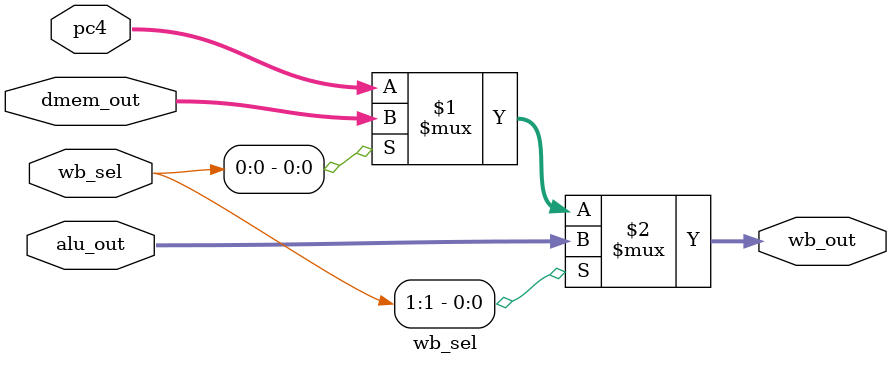
<source format=v>
module wb_sel (
    input [1:0] wb_sel,
    input [31:0] pc4,
    input [31:0] alu_out,
    input [31:0] dmem_out,
    output [31:0] wb_out
);

    assign wb_out = wb_sel[1] ? alu_out : wb_sel[0] ? dmem_out : pc4;
    
endmodule
</source>
